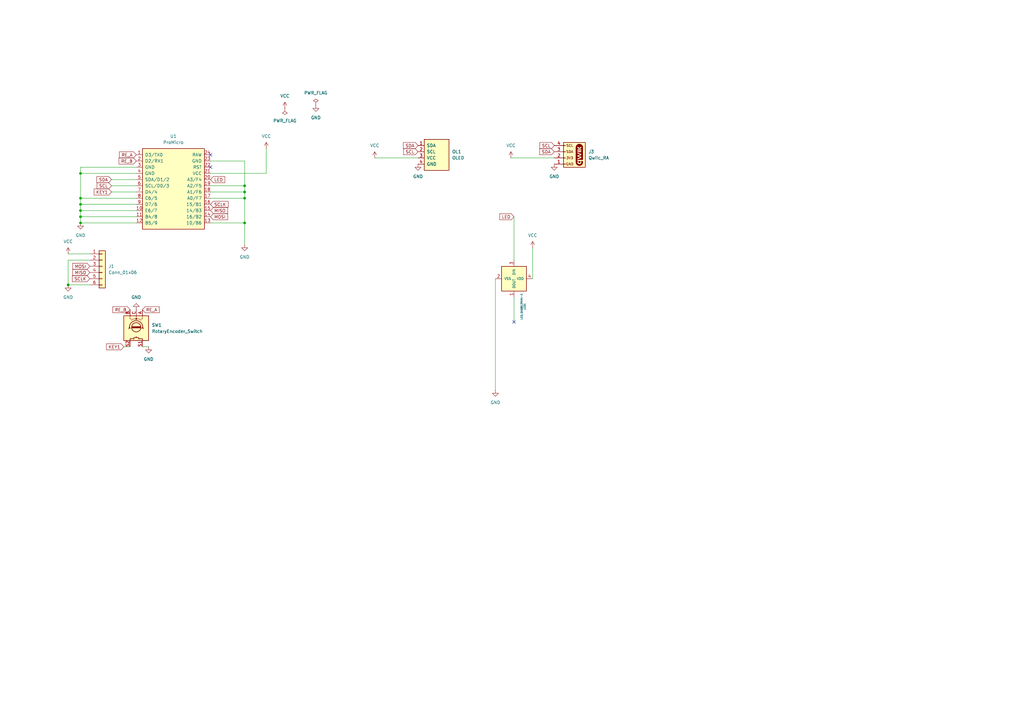
<source format=kicad_sch>
(kicad_sch (version 20250114) (generator "eeschema") (generator_version "9.0")
  (paper "A3")
  (lib_symbols
    (symbol "BrownSugar_KBD:OLED" (pin_names (offset 1.016))
      (property "Reference" "OL" (at 0 7.62 0))
      (property "Value" "OLED" (at 0 -7.62 0))
      (symbol "OLED_0_1"
        (rectangle (start -5.08 6.35) (end 5.08 -6.35) (stroke (width 0.254)) (fill (type background)))
      )
      (symbol "OLED_1_1"
        (pin bidirectional line (at -7.62 3.81 0) (length 2.54) (name "SDA") (number "1"))
        (pin bidirectional line (at -7.62 1.27 0) (length 2.54) (name "SCL") (number "2"))
        (pin power_in line (at -7.62 -1.27 0) (length 2.54) (name "VCC") (number "3"))
        (pin power_in line (at -7.62 -3.81 0) (length 2.54) (name "GND") (number "4"))
      )
    )
    (symbol "BrownSugar_KBD:ProMicro" (pin_names (offset 1.016))
      (property "Reference" "U" (at 0 17.78 0))
      (property "Value" "ProMicro" (at 0 -17.78 0))
      (symbol "ProMicro_0_1"
        (rectangle (start -12.7 16.51) (end 12.7 -16.51) (stroke (width 0.254)) (fill (type background)))
      )
      (symbol "ProMicro_1_1"
        (pin bidirectional line (at -15.24 13.97 0) (length 2.54) (name "D3/TX0") (number "1"))
        (pin bidirectional line (at -15.24 11.43 0) (length 2.54) (name "D2/RX1") (number "2"))
        (pin power_in line (at -15.24 8.89 0) (length 2.54) (name "GND") (number "3"))
        (pin power_in line (at -15.24 6.35 0) (length 2.54) (name "GND") (number "4"))
        (pin bidirectional line (at -15.24 3.81 0) (length 2.54) (name "SDA/D1/2") (number "5"))
        (pin bidirectional line (at -15.24 1.27 0) (length 2.54) (name "SCL/D0/3") (number "6"))
        (pin bidirectional line (at -15.24 -1.27 0) (length 2.54) (name "D4/4") (number "7"))
        (pin bidirectional line (at -15.24 -3.81 0) (length 2.54) (name "C6/5") (number "8"))
        (pin bidirectional line (at -15.24 -6.35 0) (length 2.54) (name "D7/6") (number "9"))
        (pin bidirectional line (at -15.24 -8.89 0) (length 2.54) (name "E6/7") (number "10"))
        (pin bidirectional line (at -15.24 -11.43 0) (length 2.54) (name "B4/8") (number "11"))
        (pin bidirectional line (at -15.24 -13.97 0) (length 2.54) (name "B5/9") (number "12"))
        (pin power_in line (at 15.24 13.97 180) (length 2.54) (name "RAW") (number "24"))
        (pin power_in line (at 15.24 11.43 180) (length 2.54) (name "GND") (number "23"))
        (pin input line (at 15.24 8.89 180) (length 2.54) (name "RST") (number "22"))
        (pin power_in line (at 15.24 6.35 180) (length 2.54) (name "VCC") (number "21"))
        (pin bidirectional line (at 15.24 3.81 180) (length 2.54) (name "A3/F4") (number "20"))
        (pin bidirectional line (at 15.24 1.27 180) (length 2.54) (name "A2/F5") (number "19"))
        (pin bidirectional line (at 15.24 -1.27 180) (length 2.54) (name "A1/F6") (number "18"))
        (pin bidirectional line (at 15.24 -3.81 180) (length 2.54) (name "A0/F7") (number "17"))
        (pin bidirectional line (at 15.24 -6.35 180) (length 2.54) (name "15/B1") (number "16"))
        (pin bidirectional line (at 15.24 -8.89 180) (length 2.54) (name "14/B3") (number "15"))
        (pin bidirectional line (at 15.24 -11.43 180) (length 2.54) (name "16/B2") (number "14"))
        (pin bidirectional line (at 15.24 -13.97 180) (length 2.54) (name "10/B6") (number "13"))
      )
    )
    (symbol "Connector_Generic:Conn_01x06" (pin_names (offset 1.016) (hide yes))
      (property "Reference" "J" (at 0 7.62 0))
      (property "Value" "Conn_01x06" (at 0 -10.16 0))
      (symbol "Conn_01x06_1_1"
        (rectangle (start -1.27 6.35) (end 1.27 -8.89) (stroke (width 0.254)) (fill (type background)))
        (rectangle (start -1.27 5.207) (end 0 4.953) (stroke (width 0.1524)))
        (rectangle (start -1.27 2.667) (end 0 2.413) (stroke (width 0.1524)))
        (rectangle (start -1.27 0.127) (end 0 -0.127) (stroke (width 0.1524)))
        (rectangle (start -1.27 -2.413) (end 0 -2.667) (stroke (width 0.1524)))
        (rectangle (start -1.27 -4.953) (end 0 -5.207) (stroke (width 0.1524)))
        (rectangle (start -1.27 -7.493) (end 0 -7.747) (stroke (width 0.1524)))
        (pin passive line (at -5.08 5.08 0) (length 3.81) (name "Pin_1") (number "1"))
        (pin passive line (at -5.08 2.54 0) (length 3.81) (name "Pin_2") (number "2"))
        (pin passive line (at -5.08 0 0) (length 3.81) (name "Pin_3") (number "3"))
        (pin passive line (at -5.08 -2.54 0) (length 3.81) (name "Pin_4") (number "4"))
        (pin passive line (at -5.08 -5.08 0) (length 3.81) (name "Pin_5") (number "5"))
        (pin passive line (at -5.08 -7.62 0) (length 3.81) (name "Pin_6") (number "6"))
      )
    )
    (symbol "Device:RotaryEncoder_Switch" (pin_names (offset 0.254) (hide yes))
      (property "Reference" "SW" (at 0 6.604 0))
      (property "Value" "RotaryEncoder_Switch" (at 0 -6.604 0))
      (symbol "RotaryEncoder_Switch_0_1"
        (rectangle (start -5.08 5.08) (end 5.08 -5.08) (stroke (width 0.254)) (fill (type background)))
        (polyline (pts (xy -5.08 2.54) (xy -3.81 2.54) (xy -3.81 2.032)))
        (polyline (pts (xy -5.08 0) (xy -3.81 0) (xy -3.81 -1.016) (xy -3.302 -2.032)))
        (polyline (pts (xy -5.08 -2.54) (xy -3.81 -2.54) (xy -3.81 -2.032)))
        (polyline (pts (xy -4.318 0) (xy -3.81 0) (xy -3.81 1.016) (xy -3.302 2.032)))
        (circle (center -3.81 0) (radius 0.254) (fill (type outline)))
        (polyline (pts (xy -0.635 -1.778) (xy -0.635 1.778)) (stroke (width 0.254)))
        (circle (center -0.381 0) (radius 1.905) (stroke (width 0.254)))
        (polyline (pts (xy -0.381 -1.778) (xy -0.381 1.778)) (stroke (width 0.254)))
        (arc (start -0.381 -2.794) (mid -3.0988 -0.0635) (end -0.381 2.667) (stroke (width 0.254)))
        (polyline (pts (xy -0.127 1.778) (xy -0.127 -1.778)) (stroke (width 0.254)))
        (polyline (pts (xy 0.254 2.921) (xy -0.508 2.667) (xy 0.127 2.286)) (stroke (width 0.254)))
        (polyline (pts (xy 0.254 -3.048) (xy -0.508 -2.794) (xy 0.127 -2.413)) (stroke (width 0.254)))
        (polyline (pts (xy 3.81 1.016) (xy 3.81 -1.016)) (stroke (width 0.254)))
        (polyline (pts (xy 3.81 0) (xy 3.429 0)) (stroke (width 0.254)))
        (circle (center 4.318 1.016) (radius 0.127) (stroke (width 0.254)))
        (circle (center 4.318 -1.016) (radius 0.127) (stroke (width 0.254)))
        (polyline (pts (xy 5.08 2.54) (xy 4.318 2.54) (xy 4.318 1.016)) (stroke (width 0.254)))
        (polyline (pts (xy 5.08 -2.54) (xy 4.318 -2.54) (xy 4.318 -1.016)) (stroke (width 0.254)))
      )
      (symbol "RotaryEncoder_Switch_1_1"
        (pin passive line (at -7.62 2.54 0) (length 2.54) (name "A") (number "A"))
        (pin passive line (at -7.62 0 0) (length 2.54) (name "C") (number "C"))
        (pin passive line (at -7.62 -2.54 0) (length 2.54) (name "B") (number "B"))
        (pin passive line (at 7.62 2.54 180) (length 2.54) (name "S1") (number "S1"))
        (pin passive line (at 7.62 -2.54 180) (length 2.54) (name "S2") (number "S2"))
      )
    )
    (symbol "Salicylic_kbd:LED_SK6812MINI-E" (pin_names (offset 1.016))
      (property "Reference" "LED" (at 5.08 -10.16 0))
      (property "Value" "LED_SK6812MINI-E" (at 8.89 -8.89 0))
      (symbol "LED_SK6812MINI-E_0_1"
        (rectangle (start -5.08 5.08) (end 5.08 -5.08) (stroke (width 0.254)) (fill (type background)))
      )
      (symbol "LED_SK6812MINI-E_1_1"
        (pin input line (at -7.62 0 0) (length 2.54) (name "DIN") (number "3"))
        (pin power_in line (at 0 7.62 270) (length 2.54) (name "VDD") (number "4"))
        (pin power_in line (at 0 -7.62 90) (length 2.54) (name "VSS") (number "2"))
        (pin output line (at 7.62 0 180) (length 2.54) (name "DOUT") (number "1"))
      )
    )
    (symbol "SparkFun-Connector:Qwiic_Right_Angle" (pin_names (offset 1.016) (hide yes))
      (property "Reference" "J" (at 0 5.08 0))
      (property "Value" "Qwiic_RA" (at 0 -7.62 0))
      (symbol "Qwiic_Right_Angle_0_0"
        (polyline (pts (xy 5.6514 -4.1459) (xy 5.6299 -4.0654) (xy 5.5924 -3.9985) (xy 5.5373 -3.9428) (xy 5.4632 -3.8962) (xy 5.4394 -3.8843) (xy 5.402 -3.8678) (xy 5.3681 -3.8578) (xy 5.3294 -3.8521) (xy 5.2774 -3.8485) (xy 5.2184 -3.8474) (xy 5.1227 -3.8564) (xy 5.0405 -3.8803) (xy 4.9695 -3.9199) (xy 4.9078 -3.9759) (xy 4.8937 -3.9923) (xy 4.8535 -4.0549) (xy 4.8308 -4.124) (xy 4.8237 -4.2048) (xy 4.8239 -4.222) (xy 4.8343 -4.3011) (xy 4.8608 -4.3692) (xy 4.9051 -4.4308) (xy 4.9328 -4.4589) (xy 5.0009 -4.509) (xy 5.0793 -4.5424) (xy 5.1699 -4.5595) (xy 5.2745 -4.5612) (xy 5.3262 -4.5564) (xy 5.4199 -4.5347) (xy 5.4992 -4.4971) (xy 5.5638 -4.444) (xy 5.6131 -4.3757) (xy 5.6467 -4.2926) (xy 5.65 -4.2788) (xy 5.656 -4.2325) (xy 5.6563 -4.1875) (xy 5.6514 -4.1459)) (stroke (width 0.01)) (fill (type outline)))
        (polyline (pts (xy 6.6693 -0.6791) (xy 6.666 1.9332) (xy 6.6418 2.0386) (xy 6.6301 2.0866) (xy 6.5791 2.2527) (xy 6.5141 2.404) (xy 6.4337 2.5432) (xy 6.3364 2.673) (xy 6.2208 2.7959) (xy 6.1699 2.8428) (xy 6.0305 2.9527) (xy 5.8839 3.0422) (xy 5.7295 3.1115) (xy 5.5668 3.1608) (xy 5.3953 3.1902) (xy 5.2146 3.1999) (xy 5.1695 3.1994) (xy 5.0056 3.1868) (xy 4.8507 3.1568) (xy 4.7006 3.1083) (xy 4.5508 3.0404) (xy 4.5104 3.0187) (xy 4.3609 2.9237) (xy 4.2262 2.8129) (xy 4.1067 2.6872) (xy 4.0032 2.5475) (xy 3.9162 2.3947) (xy 3.8466 2.2295) (xy 3.7947 2.0528) (xy 3.7931 2.0453) (xy 3.7912 2.0356) (xy 3.7895 2.0242) (xy 3.7879 2.0106) (xy 3.7864 1.9938) (xy 3.785 1.9733) (xy 3.7837 1.9481) (xy 3.7825 1.9176) (xy 3.7815 1.8811) (xy 3.7805 1.8377) (xy 3.7796 1.7868) (xy 3.7789 1.7275) (xy 3.7781 1.6592) (xy 3.7775 1.5811) (xy 3.777 1.4925) (xy 3.7765 1.3925) (xy 3.7761 1.2805) (xy 3.7757 1.1557) (xy 3.7754 1.0174) (xy 3.7751 0.8648) (xy 3.7749 0.6972) (xy 3.7748 0.5138) (xy 3.7746 0.3139) (xy 3.7745 0.0967) (xy 3.7745 -0.1385) (xy 3.7744 -0.3925) (xy 3.7744 -0.666) (xy 3.7744 -0.9597) (xy 3.7744 -1.2744) (xy 3.7744 -4.5147) (xy 3.8041 -4.6318) (xy 3.8237 -4.7026) (xy 3.8837 -4.868) (xy 3.9606 -5.0206) (xy 4.0556 -5.1623) (xy 4.1695 -5.2947) (xy 4.2945 -5.4115) (xy 4.4355 -5.5159) (xy 4.5859 -5.6007) (xy 4.7459 -5.6661) (xy 4.916 -5.7122) (xy 5.0965 -5.7394) (xy 5.2571 -5.7442) (xy 5.4226 -5.7293) (xy 5.5891 -5.6949) (xy 5.7533 -5.6416) (xy 5.8236 -5.6121) (xy 5.9729 -5.5329) (xy 6.1112 -5.4365) (xy 6.237 -5.3244) (xy 6.3494 -5.1984) (xy 6.4469 -5.0601) (xy 6.5284 -4.9112) (xy 6.5926 -4.7532) (xy 6.6384 -4.5879) (xy 6.6645 -4.4168) (xy 6.6652 -4.405) (xy 6.6664 -4.3703) (xy 6.6676 -4.3199) (xy 6.6687 -4.2572) (xy 6.6696 -4.1859) (xy 6.6703 -4.1097) (xy 6.6721 -3.846) (xy 6.2655 -3.846) (xy 5.8589 -3.846) (xy 5.9219 -3.9104) (xy 5.9349 -3.9241) (xy 6.0001 -4.0112) (xy 6.0471 -4.1097) (xy 6.0754 -4.2189) (xy 6.085 -4.338) (xy 6.0781 -4.4509) (xy 6.0523 -4.5755) (xy 6.0066 -4.6941) (xy 5.952 -4.7864) (xy 5.8765 -4.8752) (xy 5.7858 -4.9517) (xy 5.6826 -5.0132) (xy 5.6313 -5.0372) (xy 5.5644 -5.0638) (xy 5.4981 -5.0834) (xy 5.4249 -5.0981) (xy 5.3375 -5.1098) (xy 5.2452 -5.1158) (xy 5.122 -5.1113) (xy 5.0004 -5.0938) (xy 4.8864 -5.0641) (xy 4.7856 -5.0232) (xy 4.6831 -4.9619) (xy 4.5878 -4.8817) (xy 4.5089 -4.7878) (xy 4.4472 -4.6811) (xy 4.4036 -4.5627) (xy 4.4031 -4.5611) (xy 4.3912 -4.4987) (xy 4.3845 -4.4244) (xy 4.3831 -4.3446) (xy 4.3869 -4.2661) (xy 4.3957 -4.1956) (xy 4.4094 -4.1396) (xy 4.4322 -4.082) (xy 4.485 -3.9879) (xy 4.5552 -3.9031) (xy 4.6109 -3.846) (xy 4.5052 -3.846) (xy 4.3996 -3.846) (xy 4.3996 -3.5687) (xy 4.3996 -3.2914) (xy 4.405 -3.2914) (xy 4.405 -3.2023) (xy 4.4021 -2.9296) (xy 4.4018 -2.8964) (xy 4.4015 -2.8076) (xy 4.4023 -2.7393) (xy 4.4041 -2.6908) (xy 4.407 -2.6611) (xy 4.4111 -2.6495) (xy 4.4137 -2.6484) (xy 4.434 -2.6418) (xy 4.4723 -2.6298) (xy 4.5268 -2.6132) (xy 4.5954 -2.5924) (xy 4.6761 -2.5683) (xy 4.767 -2.5412) (xy 4.866 -2.5118) (xy 4.9713 -2.4808) (xy 5.0173 -2.4672) (xy 5.119 -2.4369) (xy 5.2131 -2.4086) (xy 5.2977 -2.3828) (xy 5.3709 -2.3601) (xy 5.4307 -2.3411) (xy 5.4753 -2.3264) (xy 5.5029 -2.3166) (xy 5.5114 -2.3123) (xy 5.505 -2.3098) (xy 5.4796 -2.3016) (xy 5.4371 -2.2885) (xy 5.3794 -2.2711) (xy 5.3088 -2.2502) (xy 5.2275 -2.2264) (xy 5.1375 -2.2002) (xy 5.0411 -2.1724) (xy 4.9851 -2.1562) (xy 4.8864 -2.1278) (xy 4.7926 -2.1007) (xy 4.7062 -2.0757) (xy 4.63 -2.0536) (xy 4.5666 -2.0351) (xy 4.5187 -2.0211) (xy 4.4891 -2.0123) (xy 4.3992 -1.9852) (xy 4.4021 -1.7229) (xy 4.405 -1.4606) (xy 4.5844 -1.4084) (xy 4.6163 -1.3992) (xy 4.7739 -1.3533) (xy 4.9121 -1.3131) (xy 5.0321 -1.278) (xy 5.1352 -1.2478) (xy 5.2224 -1.2221) (xy 5.2951 -1.2004) (xy 5.3545 -1.1824) (xy 5.4018 -1.1676) (xy 5.4382 -1.1558) (xy 5.465 -1.1465) (xy 5.4834 -1.1392) (xy 5.4945 -1.1338) (xy 5.4997 -1.1296) (xy 5.5001 -1.1264) (xy 5.497 -1.1238) (xy 5.4915 -1.1214) (xy 5.4896 -1.1207) (xy 5.4687 -1.114) (xy 5.4296 -1.1019) (xy 5.3743 -1.0851) (xy 5.3049 -1.0643) (xy 5.2237 -1.04) (xy 5.1326 -1.013) (xy 5.0339 -0.9838) (xy 4.9297 -0.9531) (xy 4.3996 -0.7973) (xy 4.3996 -0.533) (xy 4.3997 -0.479) (xy 4.4004 -0.4111) (xy 4.4015 -0.3532) (xy 4.4029 -0.3082) (xy 4.4047 -0.279) (xy 4.4066 -0.2687) (xy 4.409 -0.2694) (xy 4.4284 -0.2761) (xy 4.4661 -0.2895) (xy 4.5204 -0.309) (xy 4.5899 -0.3341) (xy 4.6729 -0.3642) (xy 4.7681 -0.3988) (xy 4.8737 -0.4372) (xy 4.9883 -0.479) (xy 5.1104 -0.5236) (xy 5.2384 -0.5703) (xy 6.0632 -0.872) (xy 6.0632 -0.1926) (xy 5.2314 -0.1926) (xy 4.3996 -0.1926) (xy 4.3996 0.0793) (xy 4.3996 0.3511) (xy 5.2314 0.3511) (xy 6.0632 0.3511) (xy 6.0632 0.4598) (xy 5.2314 0.4598) (xy 4.3996 0.4598) (xy 4.3996 0.7317) (xy 4.3996 1.0035) (xy 5.2314 1.0035) (xy 5.2368 1.0035) (xy 5.2368 1.1177) (xy 5.1465 1.1192) (xy 5.0667 1.1248) (xy 4.9975 1.1357) (xy 4.9332 1.1532) (xy 4.8683 1.1784) (xy 4.7971 1.2126) (xy 4.7662 1.2298) (xy 4.6808 1.2903) (xy 4.6008 1.3651) (xy 4.5314 1.4489) (xy 4.4781 1.5363) (xy 4.4686 1.5557) (xy 4.4306 1.6462) (xy 4.4052 1.7353) (xy 4.3905 1.8304) (xy 4.385 1.9386) (xy 4.3833 2.0745) (xy 4.6089 2.0775) (xy 4.8345 2.0804) (xy 4.8348 1.9959) (xy 4.8368 1.9483) (xy 4.8488 1.8858) (xy 4.8738 1.8316) (xy 4.9144 1.7788) (xy 4.9734 1.7289) (xy 5.0458 1.6921) (xy 5.1277 1.6689) (xy 5.215 1.6593) (xy 5.3038 1.6635) (xy 5.3902 1.6815) (xy 5.4702 1.7136) (xy 5.54 1.7597) (xy 5.5733 1.7923) (xy 5.6073 1.844) (xy 5.628 1.9066) (xy 5.6372 1.9843) (xy 5.6418 2.0804) (xy 5.8607 2.0775) (xy 6.0795 2.0745) (xy 6.0811 1.9712) (xy 6.0811 1.9207) (xy 6.0739 1.8134) (xy 6.0554 1.7157) (xy 6.024 1.6204) (xy 5.9781 1.5204) (xy 5.9341 1.4457) (xy 5.8571 1.3499) (xy 5.7651 1.2695) (xy 5.6591 1.2056) (xy 5.6251 1.1892) (xy 5.5646 1.1627) (xy 5.5097 1.1435) (xy 5.4549 1.1305) (xy 5.3948 1.1226) (xy 5.3239 1.1188) (xy 5.2368 1.1177) (xy 5.2368 1.0035) (xy 6.0632 1.0035) (xy 6.0632 0.7317) (xy 6.0632 0.4598) (xy 6.0632 0.3511) (xy 6.0632 0.0793) (xy 6.0632 -0.1926) (xy 6.0632 -0.872) (xy 6.0632 -1.1439) (xy 6.0632 -1.4158) (xy 5.552 -1.5728) (xy 5.5357 -1.5778) (xy 5.4361 -1.6086) (xy 5.3436 -1.6376) (xy 5.2603 -1.6641) (xy 5.1881 -1.6874) (xy 5.129 -1.707) (xy 5.0848 -1.7222) (xy 5.0575 -1.7324) (xy 5.0491 -1.7369) (xy 5.0493 -1.737) (xy 5.0624 -1.742) (xy 5.094 -1.7527) (xy 5.1423 -1.7684) (xy 5.2051 -1.7886) (xy 5.2803 -1.8124) (xy 5.3659 -1.8394) (xy 5.46 -1.8688) (xy 5.5603 -1.9) (xy 6.0632 -2.0559) (xy 6.063 -2.3284) (xy 6.0628 -2.601) (xy 5.2339 -2.9017) (xy 4.405 -3.2023) (xy 4.405 -3.2914) (xy 5.5361 -3.2914) (xy 6.6725 -3.2914) (xy 6.6693 -0.6791)) (stroke (width 0.01)) (fill (type outline)))
      )
      (symbol "Qwiic_Right_Angle_1_1"
        (rectangle (start -1.27 3.81) (end 7.62 -6.35) (stroke (width 0.254)) (fill (type background)))
        (rectangle (start -1.27 2.667) (end -0.508 2.413) (stroke (width 0.1524)))
        (rectangle (start -1.27 0.127) (end -0.508 -0.127) (stroke (width 0.1524)))
        (rectangle (start -1.27 -2.413) (end -0.508 -2.667) (stroke (width 0.1524)))
        (rectangle (start -1.27 -4.953) (end -0.508 -5.207) (stroke (width 0.1524)))
        (text "SCL" (at 1.27 2.54 0) (effects (font (size 1 1))))
        (text "SDA" (at 1.27 0 0) (effects (font (size 1 1))))
        (text "3V3" (at 1.27 -2.54 0) (effects (font (size 1 1))))
        (text "GND" (at 1.27 -5.08 0) (effects (font (size 1 1))))
        (pin passive line (at -5.08 2.54 0) (length 3.81) (name "Pin_4") (number "4"))
        (pin passive line (at -5.08 0 0) (length 3.81) (name "Pin_3") (number "3"))
        (pin passive line (at -5.08 -2.54 0) (length 3.81) (name "Pin_2") (number "2"))
        (pin passive line (at -5.08 -5.08 0) (length 3.81) (name "Pin_1") (number "1"))
        (pin no_connect line (at 5.08 3.81 270) (length 2.54) (hide yes) (name "NC") (number "NC1"))
        (pin no_connect line (at 6.35 3.81 270) (length 2.54) (hide yes) (name "NC") (number "NC2"))
      )
    )
    (symbol "power:GND" (power) (pin_numbers (hide yes)) (pin_names (offset 0) (hide yes))
      (property "Value" "GND" (at 0 -3.81 0))
      (symbol "GND_0_1"
        (polyline (pts (xy 0 0) (xy 0 -1.27) (xy 1.27 -1.27) (xy 0 -2.54) (xy -1.27 -1.27) (xy 0 -1.27)))
      )
      (symbol "GND_1_1"
        (pin power_in line (at 0 0 270) (length 0) (name "~") (number "1"))
      )
    )
    (symbol "power:PWR_FLAG" (power) (pin_numbers (hide yes)) (pin_names (offset 0) (hide yes))
      (property "Value" "PWR_FLAG" (at 0 3.81 0))
      (symbol "PWR_FLAG_0_0"
        (pin power_out line (at 0 0 90) (length 0) (name "~") (number "1"))
      )
      (symbol "PWR_FLAG_0_1"
        (polyline (pts (xy 0 0) (xy 0 1.27) (xy -1.016 1.905) (xy 0 2.54) (xy 1.016 1.905) (xy 0 1.27)))
      )
    )
    (symbol "power:VCC" (power) (pin_numbers (hide yes)) (pin_names (offset 0) (hide yes))
      (property "Value" "VCC" (at 0 3.556 0))
      (symbol "VCC_0_1"
        (polyline (pts (xy -0.762 1.27) (xy 0 2.54)))
        (polyline (pts (xy 0 2.54) (xy 0.762 1.27)))
        (polyline (pts (xy 0 0) (xy 0 2.54)))
      )
      (symbol "VCC_1_1"
        (pin power_in line (at 0 0 90) (length 0) (name "~") (number "1"))
      )
    )
  )
  (junction (at 33.02 81.28))
  (junction (at 33.02 71.12))
  (junction (at 100.33 76.2))
  (junction (at 33.02 86.36))
  (junction (at 33.02 91.44))
  (junction (at 27.94 116.84))
  (junction (at 33.02 88.9))
  (junction (at 100.33 91.44))
  (junction (at 33.02 83.82))
  (junction (at 100.33 81.28))
  (junction (at 100.33 78.74))
  (no_connect (at 210.82 132.08))
  (no_connect (at 86.36 63.5))
  (no_connect (at 86.36 68.58))
  (wire (pts (xy 86.36 78.74) (xy 100.33 78.74)))
  (wire (pts (xy 100.33 76.2) (xy 100.33 78.74)))
  (wire (pts (xy 33.02 71.12) (xy 33.02 81.28)))
  (wire (pts (xy 100.33 66.04) (xy 100.33 76.2)))
  (wire (pts (xy 27.94 104.14) (xy 36.83 104.14)))
  (wire (pts (xy 45.72 76.2) (xy 55.88 76.2)))
  (wire (pts (xy 86.36 66.04) (xy 100.33 66.04)))
  (wire (pts (xy 33.02 86.36) (xy 33.02 83.82)))
  (wire (pts (xy 33.02 71.12) (xy 55.88 71.12)))
  (wire (pts (xy 86.36 76.2) (xy 100.33 76.2)))
  (wire (pts (xy 33.02 88.9) (xy 33.02 86.36)))
  (wire (pts (xy 203.2 114.3) (xy 203.2 160.02)))
  (wire (pts (xy 33.02 81.28) (xy 55.88 81.28)))
  (wire (pts (xy 210.82 88.9) (xy 210.82 106.68)))
  (wire (pts (xy 209.55 64.77) (xy 227.33 64.77)))
  (wire (pts (xy 109.22 60.96) (xy 109.22 71.12)))
  (wire (pts (xy 218.44 101.6) (xy 218.44 114.3)))
  (wire (pts (xy 27.94 116.84) (xy 36.83 116.84)))
  (wire (pts (xy 27.94 106.68) (xy 27.94 116.84)))
  (wire (pts (xy 33.02 68.58) (xy 33.02 71.12)))
  (wire (pts (xy 33.02 88.9) (xy 55.88 88.9)))
  (wire (pts (xy 53.34 142.24) (xy 50.8 142.24)))
  (wire (pts (xy 55.88 68.58) (xy 33.02 68.58)))
  (wire (pts (xy 45.72 78.74) (xy 55.88 78.74)))
  (wire (pts (xy 86.36 81.28) (xy 100.33 81.28)))
  (wire (pts (xy 153.67 64.77) (xy 171.45 64.77)))
  (wire (pts (xy 100.33 91.44) (xy 100.33 100.33)))
  (wire (pts (xy 58.42 142.24) (xy 60.96 142.24)))
  (wire (pts (xy 33.02 91.44) (xy 55.88 91.44)))
  (wire (pts (xy 100.33 78.74) (xy 100.33 81.28)))
  (wire (pts (xy 33.02 86.36) (xy 55.88 86.36)))
  (wire (pts (xy 36.83 106.68) (xy 27.94 106.68)))
  (wire (pts (xy 45.72 73.66) (xy 55.88 73.66)))
  (wire (pts (xy 86.36 91.44) (xy 100.33 91.44)))
  (wire (pts (xy 33.02 91.44) (xy 33.02 88.9)))
  (wire (pts (xy 33.02 83.82) (xy 55.88 83.82)))
  (wire (pts (xy 33.02 81.28) (xy 33.02 83.82)))
  (wire (pts (xy 210.82 121.92) (xy 210.82 132.08)))
  (wire (pts (xy 86.36 71.12) (xy 109.22 71.12)))
  (wire (pts (xy 100.33 81.28) (xy 100.33 91.44)))
  (global_label "MOSI" (shape input) (at 36.83 109.22 180) (property "Intersheetrefs" "${INTERSHEET_REFS}" (effects (hide yes))))
  (global_label "RE_B" (shape input) (at 55.88 66.04 180) (property "Intersheetrefs" "${INTERSHEET_REFS}" (effects (hide yes))))
  (global_label "SCLK" (shape input) (at 36.83 114.3 180) (property "Intersheetrefs" "${INTERSHEET_REFS}" (effects (hide yes))))
  (global_label "LED" (shape input) (at 86.36 73.66 0) (property "Intersheetrefs" "${INTERSHEET_REFS}" (effects (hide yes))))
  (global_label "LED" (shape input) (at 210.82 88.9 180) (property "Intersheetrefs" "${INTERSHEET_REFS}" (effects (hide yes))))
  (global_label "MISO" (shape input) (at 86.36 86.36 0) (property "Intersheetrefs" "${INTERSHEET_REFS}" (effects (hide yes))))
  (global_label "MOSI" (shape input) (at 86.36 88.9 0) (property "Intersheetrefs" "${INTERSHEET_REFS}" (effects (hide yes))))
  (global_label "RE_B" (shape input) (at 53.34 127 180) (property "Intersheetrefs" "${INTERSHEET_REFS}" (effects (hide yes))))
  (global_label "SDA" (shape input) (at 171.45 59.69 180) (property "Intersheetrefs" "${INTERSHEET_REFS}" (effects (hide yes))))
  (global_label "SCL" (shape input) (at 171.45 62.23 180) (property "Intersheetrefs" "${INTERSHEET_REFS}" (effects (hide yes))))
  (global_label "SDA" (shape input) (at 227.33 62.23 180) (property "Intersheetrefs" "${INTERSHEET_REFS}" (effects (hide yes))))
  (global_label "SCL" (shape input) (at 227.33 59.69 180) (property "Intersheetrefs" "${INTERSHEET_REFS}" (effects (hide yes))))
  (global_label "KEY1" (shape input) (at 50.8 142.24 180) (property "Intersheetrefs" "${INTERSHEET_REFS}" (effects (hide yes))))
  (global_label "RE_A" (shape input) (at 55.88 63.5 180) (property "Intersheetrefs" "${INTERSHEET_REFS}" (effects (hide yes))))
  (global_label "RE_A" (shape input) (at 58.42 127 0) (property "Intersheetrefs" "${INTERSHEET_REFS}" (effects (hide yes))))
  (global_label "MISO" (shape input) (at 36.83 111.76 180) (property "Intersheetrefs" "${INTERSHEET_REFS}" (effects (hide yes))))
  (global_label "KEY1" (shape input) (at 45.72 78.74 180) (property "Intersheetrefs" "${INTERSHEET_REFS}" (effects (hide yes))))
  (global_label "SCL" (shape input) (at 45.72 76.2 180) (property "Intersheetrefs" "${INTERSHEET_REFS}" (effects (hide yes))))
  (global_label "SDA" (shape input) (at 45.72 73.66 180) (property "Intersheetrefs" "${INTERSHEET_REFS}" (effects (hide yes))))
  (global_label "SCLK" (shape input) (at 86.36 83.82 0) (property "Intersheetrefs" "${INTERSHEET_REFS}" (effects (hide yes))))
  (symbol (lib_id "BrownSugar_KBD:ProMicro") (at 71.12 77.47 0) (unit 1)
    (property "Reference" "U1" (at 71.12 55.88 0))
    (property "Value" "ProMicro" (at 71.12 58.42 0))
    (property "Footprint" "BrownSugar_KBD:ProMicro_r" (effects (hide yes)))
  )
  (symbol (lib_id "power:GND") (at 227.33 67.31 0) (unit 1)
    (property "Reference" "#PWR07" (effects (hide yes)))
    (property "Value" "GND" (at 227.33 72.39 0))
    (property "Description" "Power symbol creates a global label with name \"GND\" , ground" (effects (hide yes)))
  )
  (symbol (lib_id "SparkFun-Connector:Qwiic_Right_Angle") (at 232.41 62.23 0) (unit 1)
    (property "Reference" "J3" (at 241.3 62.2299 0) (effects (justify left)))
    (property "Value" "Qwiic_RA" (at 241.3 64.7699 0) (effects (justify left)))
    (property "Footprint" "SparkFun-Connector:JST_SMD_1.0mm-4_Black" (effects (hide yes)))
    (property "Datasheet" "https://www.jst-mfg.com/product/pdf/eng/eSH.pdf" (effects (hide yes)))
    (property "Description" "4 pin JST 1mm polarized connector for I2C" (effects (hide yes)))
    (property "PROD_ID" "CONN-13694" (effects (hide yes)))
  )
  (symbol (lib_id "Salicylic_kbd:LED_SK6812MINI-E") (at 210.82 114.3 270) (unit 1)
    (property "Reference" "LED1" (at 215.2335 125.73 0) (effects (font (size 0.7366 0.7366))))
    (property "Value" "LED_SK6812MINI-E" (at 213.9635 125.73 0) (effects (font (size 0.7366 0.7366))))
    (property "Footprint" "kbd_Parts:LED_SK6812MINI-E_BL" (effects (hide yes)))
  )
  (symbol (lib_id "power:GND") (at 129.54 43.18 0) (unit 1)
    (property "Reference" "#PWR06" (effects (hide yes)))
    (property "Value" "GND" (at 129.54 48.26 0))
    (property "Description" "Power symbol creates a global label with name \"GND\" , ground" (effects (hide yes)))
  )
  (symbol (lib_id "power:GND") (at 60.96 142.24 0) (unit 1)
    (property "Reference" "#PWR013" (effects (hide yes)))
    (property "Value" "GND" (at 60.96 147.32 0))
    (property "Description" "Power symbol creates a global label with name \"GND\" , ground" (effects (hide yes)))
  )
  (symbol (lib_id "power:VCC") (at 116.84 44.45 0) (unit 1)
    (property "Reference" "#PWR05" (effects (hide yes)))
    (property "Value" "VCC" (at 116.84 39.37 0))
    (property "Description" "Power symbol creates a global label with name \"VCC\"" (effects (hide yes)))
  )
  (symbol (lib_id "power:GND") (at 55.88 127 180) (unit 1)
    (property "Reference" "#PWR015" (effects (hide yes)))
    (property "Value" "GND" (at 55.88 121.92 0))
    (property "Description" "Power symbol creates a global label with name \"GND\" , ground" (effects (hide yes)))
  )
  (symbol (lib_id "Device:RotaryEncoder_Switch") (at 55.88 134.62 270) (unit 1)
    (property "Reference" "SW1" (at 62.23 133.3499 90) (effects (justify left)))
    (property "Value" "RotaryEncoder_Switch" (at 62.23 135.8899 90) (effects (justify left)))
    (property "Footprint" "BrownSugar_KBD:RotaryEncoder_EC11-Switch" (effects (hide yes)))
    (property "Description" "Rotary encoder, dual channel, incremental quadrate outputs, with switch" (effects (hide yes)))
  )
  (symbol (lib_id "power:VCC") (at 109.22 60.96 0) (unit 1)
    (property "Reference" "#PWR04" (effects (hide yes)))
    (property "Value" "VCC" (at 109.22 55.88 0))
    (property "Description" "Power symbol creates a global label with name \"VCC\"" (effects (hide yes)))
  )
  (symbol (lib_id "Connector_Generic:Conn_01x06") (at 41.91 109.22 0) (unit 1)
    (property "Reference" "J1" (at 44.45 109.2199 0) (effects (justify left)))
    (property "Value" "Conn_01x06" (at 44.45 111.7599 0) (effects (justify left)))
    (property "Footprint" "Connector_PinHeader_2.54mm:PinHeader_1x06_P2.54mm_Horizontal" (effects (hide yes)))
    (property "Description" "Generic connector, single row, 01x06, script generated (kicad-library-utils/schlib/autogen/connector/)" (effects (hide yes)))
  )
  (symbol (lib_id "power:VCC") (at 27.94 104.14 0) (unit 1)
    (property "Reference" "#PWR014" (effects (hide yes)))
    (property "Value" "VCC" (at 27.94 99.06 0))
    (property "Description" "Power symbol creates a global label with name \"VCC\"" (effects (hide yes)))
  )
  (symbol (lib_id "power:PWR_FLAG") (at 116.84 44.45 180) (unit 1)
    (property "Reference" "#FLG01" (effects (hide yes)))
    (property "Value" "PWR_FLAG" (at 116.84 49.53 0))
    (property "Description" "Special symbol for telling ERC where power comes from" (effects (hide yes)))
  )
  (symbol (lib_id "power:GND") (at 171.45 67.31 0) (unit 1)
    (property "Reference" "#PWR09" (effects (hide yes)))
    (property "Value" "GND" (at 171.45 72.39 0))
    (property "Description" "Power symbol creates a global label with name \"GND\" , ground" (effects (hide yes)))
  )
  (symbol (lib_id "power:PWR_FLAG") (at 129.54 43.18 0) (unit 1)
    (property "Reference" "#FLG02" (effects (hide yes)))
    (property "Value" "PWR_FLAG" (at 129.54 38.1 0))
    (property "Description" "Special symbol for telling ERC where power comes from" (effects (hide yes)))
  )
  (symbol (lib_id "power:GND") (at 203.2 160.02 0) (unit 1)
    (property "Reference" "#PWR010" (effects (hide yes)))
    (property "Value" "GND" (at 203.2 165.1 0))
    (property "Description" "Power symbol creates a global label with name \"GND\" , ground" (effects (hide yes)))
  )
  (symbol (lib_id "power:VCC") (at 209.55 64.77 0) (unit 1)
    (property "Reference" "#PWR012" (effects (hide yes)))
    (property "Value" "VCC" (at 209.55 59.69 0))
    (property "Description" "Power symbol creates a global label with name \"VCC\"" (effects (hide yes)))
  )
  (symbol (lib_id "power:GND") (at 27.94 116.84 0) (unit 1)
    (property "Reference" "#PWR01" (effects (hide yes)))
    (property "Value" "GND" (at 27.94 121.92 0))
    (property "Description" "Power symbol creates a global label with name \"GND\" , ground" (effects (hide yes)))
  )
  (symbol (lib_id "power:VCC") (at 218.44 101.6 0) (unit 1)
    (property "Reference" "#PWR011" (effects (hide yes)))
    (property "Value" "VCC" (at 218.44 96.52 0))
    (property "Description" "Power symbol creates a global label with name \"VCC\"" (effects (hide yes)))
  )
  (symbol (lib_id "power:GND") (at 100.33 100.33 0) (unit 1)
    (property "Reference" "#PWR02" (effects (hide yes)))
    (property "Value" "GND" (at 100.33 105.41 0))
    (property "Description" "Power symbol creates a global label with name \"GND\" , ground" (effects (hide yes)))
  )
  (symbol (lib_id "BrownSugar_KBD:OLED") (at 179.07 63.5 0) (unit 1)
    (property "Reference" "OL1" (at 185.42 62.2299 0) (effects (justify left)))
    (property "Value" "OLED" (at 185.42 64.7699 0) (effects (justify left)))
    (property "Footprint" "BrownSugar_KBD:OLED_center_display" (effects (hide yes)))
  )
  (symbol (lib_id "power:VCC") (at 153.67 64.77 0) (unit 1)
    (property "Reference" "#PWR08" (effects (hide yes)))
    (property "Value" "VCC" (at 153.67 59.69 0))
    (property "Description" "Power symbol creates a global label with name \"VCC\"" (effects (hide yes)))
  )
  (symbol (lib_id "power:GND") (at 33.02 91.44 0) (unit 1)
    (property "Reference" "#PWR03" (effects (hide yes)))
    (property "Value" "GND" (at 33.02 96.52 0))
    (property "Description" "Power symbol creates a global label with name \"GND\" , ground" (effects (hide yes)))
  )
)
</source>
